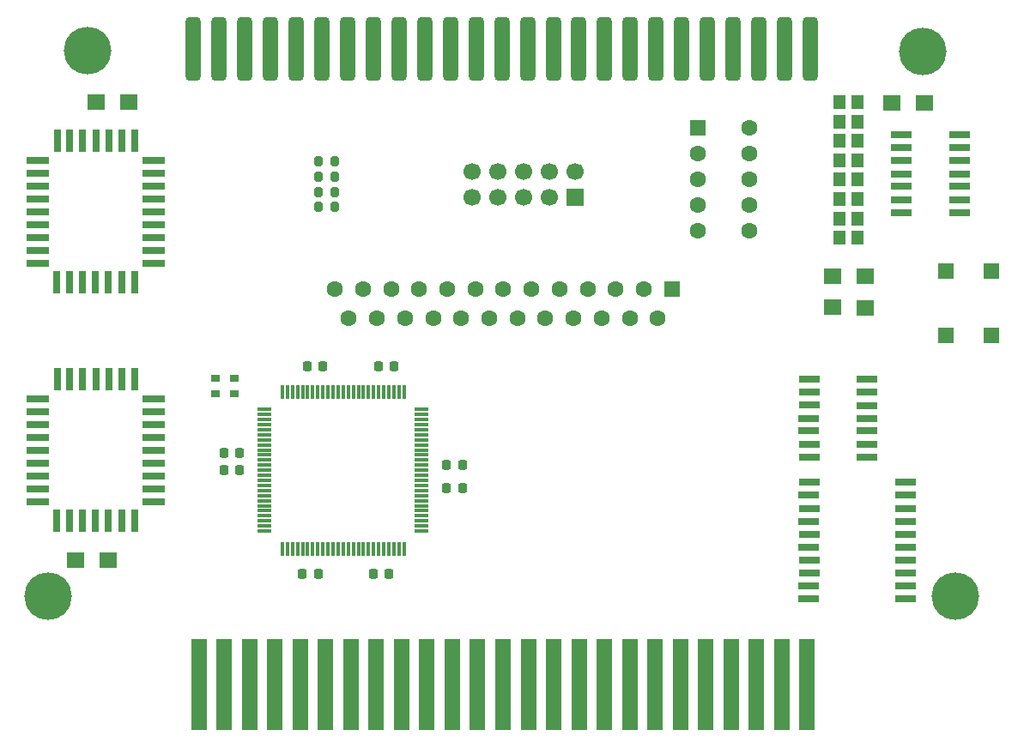
<source format=gbr>
%TF.GenerationSoftware,KiCad,Pcbnew,(6.0.2)*%
%TF.CreationDate,2022-12-30T16:08:33-06:00*%
%TF.ProjectId,REF1329_Altera,52454631-3332-4395-9f41-6c746572612e,rev?*%
%TF.SameCoordinates,Original*%
%TF.FileFunction,Soldermask,Top*%
%TF.FilePolarity,Negative*%
%FSLAX46Y46*%
G04 Gerber Fmt 4.6, Leading zero omitted, Abs format (unit mm)*
G04 Created by KiCad (PCBNEW (6.0.2)) date 2022-12-30 16:08:33*
%MOMM*%
%LPD*%
G01*
G04 APERTURE LIST*
G04 Aperture macros list*
%AMRoundRect*
0 Rectangle with rounded corners*
0 $1 Rounding radius*
0 $2 $3 $4 $5 $6 $7 $8 $9 X,Y pos of 4 corners*
0 Add a 4 corners polygon primitive as box body*
4,1,4,$2,$3,$4,$5,$6,$7,$8,$9,$2,$3,0*
0 Add four circle primitives for the rounded corners*
1,1,$1+$1,$2,$3*
1,1,$1+$1,$4,$5*
1,1,$1+$1,$6,$7*
1,1,$1+$1,$8,$9*
0 Add four rect primitives between the rounded corners*
20,1,$1+$1,$2,$3,$4,$5,0*
20,1,$1+$1,$4,$5,$6,$7,0*
20,1,$1+$1,$6,$7,$8,$9,0*
20,1,$1+$1,$8,$9,$2,$3,0*%
G04 Aperture macros list end*
%ADD10RoundRect,0.225000X-0.225000X-0.250000X0.225000X-0.250000X0.225000X0.250000X-0.225000X0.250000X0*%
%ADD11RoundRect,0.375000X-0.375000X-2.750000X0.375000X-2.750000X0.375000X2.750000X-0.375000X2.750000X0*%
%ADD12R,1.310000X1.390000*%
%ADD13R,1.710000X1.630000*%
%ADD14R,1.590000X1.590000*%
%ADD15C,4.680000*%
%ADD16RoundRect,0.200000X-0.200000X-0.275000X0.200000X-0.275000X0.200000X0.275000X-0.200000X0.275000X0*%
%ADD17R,1.600000X1.600000*%
%ADD18C,1.600000*%
%ADD19R,0.700000X2.270000*%
%ADD20R,2.270000X0.700000*%
%ADD21R,2.000000X0.700000*%
%ADD22R,1.475000X0.300000*%
%ADD23R,0.300000X1.475000*%
%ADD24R,1.700000X1.630000*%
%ADD25R,1.500000X9.000000*%
%ADD26C,1.700000*%
%ADD27R,1.700000X1.700000*%
%ADD28R,0.900000X0.800000*%
G04 APERTURE END LIST*
D10*
%TO.C,C9*%
X137125000Y-99048000D03*
X138675000Y-99048000D03*
%TD*%
D11*
%TO.C,J3*%
X118842000Y-67717000D03*
X121379500Y-67717000D03*
X123917000Y-67717000D03*
X126454500Y-67717000D03*
X128992000Y-67717000D03*
X131529500Y-67717000D03*
X134067000Y-67717000D03*
X136604500Y-67717000D03*
X139142000Y-67717000D03*
X141679500Y-67717000D03*
X144217000Y-67717000D03*
X146754500Y-67717000D03*
X149292000Y-67717000D03*
X151829500Y-67717000D03*
X154367000Y-67717000D03*
X156904500Y-67717000D03*
X159442000Y-67717000D03*
X161979500Y-67717000D03*
X164517000Y-67717000D03*
X167054500Y-67717000D03*
X169592000Y-67717000D03*
X172129500Y-67717000D03*
X174667000Y-67717000D03*
X177204500Y-67717000D03*
X179742000Y-67717000D03*
%TD*%
D12*
%TO.C,R5*%
X182632500Y-74866000D03*
X184418500Y-74867000D03*
%TD*%
D13*
%TO.C,R1*%
X181888000Y-93211400D03*
X185115000Y-93218400D03*
%TD*%
D12*
%TO.C,R4*%
X182632500Y-72961000D03*
X184418500Y-72962000D03*
%TD*%
D14*
%TO.C,SW1*%
X193086500Y-95977500D03*
X193126500Y-89627500D03*
X197572500Y-95980500D03*
X197611500Y-89628500D03*
%TD*%
D10*
%TO.C,C4*%
X121898000Y-109275000D03*
X123448000Y-109275000D03*
%TD*%
D15*
%TO.C,Hole1*%
X108395000Y-67879000D03*
%TD*%
D16*
%TO.C,R14*%
X131175000Y-81795000D03*
X132825000Y-81795000D03*
%TD*%
D10*
%TO.C,C8*%
X143850000Y-108770000D03*
X145400000Y-108770000D03*
%TD*%
D12*
%TO.C,R8*%
X182632500Y-80578000D03*
X184418500Y-80579000D03*
%TD*%
D15*
%TO.C,Hole2*%
X104544000Y-121691000D03*
%TD*%
D16*
%TO.C,R15*%
X131175000Y-83295000D03*
X132825000Y-83295000D03*
%TD*%
D17*
%TO.C,U3*%
X168639500Y-75512500D03*
D18*
X168639500Y-78052500D03*
X168639500Y-80592500D03*
X168639500Y-83132500D03*
X168639500Y-85672500D03*
X173719500Y-85672500D03*
X173719500Y-83132500D03*
X173719500Y-80592500D03*
X173719500Y-78052500D03*
X173719500Y-75512500D03*
%TD*%
D16*
%TO.C,R13*%
X131175000Y-80295000D03*
X132825000Y-80295000D03*
%TD*%
D10*
%TO.C,C7*%
X143850000Y-111030000D03*
X145400000Y-111030000D03*
%TD*%
D19*
%TO.C,U2*%
X109210500Y-114259000D03*
X110479500Y-114258000D03*
X111789500Y-114257000D03*
X113059500Y-114257000D03*
D20*
X114922500Y-112352000D03*
X114925500Y-111122000D03*
X114923500Y-109815000D03*
X114924500Y-108544000D03*
X114926500Y-107312000D03*
X114923500Y-106001000D03*
X114924500Y-104733000D03*
X114924500Y-103462000D03*
X114924500Y-102194000D03*
D19*
X113099500Y-100288000D03*
X111829500Y-100289000D03*
X110519500Y-100287000D03*
X109248500Y-100285000D03*
X107937500Y-100288000D03*
X106671500Y-100285000D03*
X105440500Y-100287000D03*
D20*
X103494500Y-102193000D03*
X103494500Y-103465000D03*
X103493500Y-104733000D03*
X103494500Y-106004000D03*
X103495500Y-107311000D03*
X103494500Y-108543000D03*
X103497500Y-109812000D03*
X103494500Y-111124000D03*
X103493500Y-112355000D03*
D19*
X105398500Y-114259000D03*
X106629500Y-114256000D03*
X107900500Y-114257000D03*
%TD*%
D12*
%TO.C,R7*%
X182632500Y-78675000D03*
X184418500Y-78676000D03*
%TD*%
D21*
%TO.C,U5*%
X185313000Y-107986000D03*
X185312000Y-106719000D03*
X185318000Y-105405000D03*
X185311000Y-104179000D03*
X185311000Y-102868000D03*
X185312000Y-101596000D03*
X185310000Y-100286000D03*
X179597000Y-100284000D03*
X179597000Y-101595000D03*
X179599000Y-102865000D03*
X179595000Y-104177000D03*
X179596000Y-105403000D03*
X179597000Y-106711000D03*
X179597000Y-107983000D03*
%TD*%
D10*
%TO.C,C6*%
X136625000Y-119500000D03*
X138175000Y-119500000D03*
%TD*%
D22*
%TO.C,U7*%
X125911000Y-103274000D03*
X125911000Y-103774000D03*
X125911000Y-104274000D03*
X125911000Y-104774000D03*
X125911000Y-105274000D03*
X125911000Y-105774000D03*
X125911000Y-106274000D03*
X125911000Y-106774000D03*
X125911000Y-107274000D03*
X125911000Y-107774000D03*
X125911000Y-108274000D03*
X125911000Y-108774000D03*
X125911000Y-109274000D03*
X125911000Y-109774000D03*
X125911000Y-110274000D03*
X125911000Y-110774000D03*
X125911000Y-111274000D03*
X125911000Y-111774000D03*
X125911000Y-112274000D03*
X125911000Y-112774000D03*
X125911000Y-113274000D03*
X125911000Y-113774000D03*
X125911000Y-114274000D03*
X125911000Y-114774000D03*
X125911000Y-115274000D03*
D23*
X127649000Y-117012000D03*
X128149000Y-117012000D03*
X128649000Y-117012000D03*
X129149000Y-117012000D03*
X129649000Y-117012000D03*
X130149000Y-117012000D03*
X130649000Y-117012000D03*
X131149000Y-117012000D03*
X131649000Y-117012000D03*
X132149000Y-117012000D03*
X132649000Y-117012000D03*
X133149000Y-117012000D03*
X133649000Y-117012000D03*
X134149000Y-117012000D03*
X134649000Y-117012000D03*
X135149000Y-117012000D03*
X135649000Y-117012000D03*
X136149000Y-117012000D03*
X136649000Y-117012000D03*
X137149000Y-117012000D03*
X137649000Y-117012000D03*
X138149000Y-117012000D03*
X138649000Y-117012000D03*
X139149000Y-117012000D03*
X139649000Y-117012000D03*
D22*
X141387000Y-115274000D03*
X141387000Y-114774000D03*
X141387000Y-114274000D03*
X141387000Y-113774000D03*
X141387000Y-113274000D03*
X141387000Y-112774000D03*
X141387000Y-112274000D03*
X141387000Y-111774000D03*
X141387000Y-111274000D03*
X141387000Y-110774000D03*
X141387000Y-110274000D03*
X141387000Y-109774000D03*
X141387000Y-109274000D03*
X141387000Y-108774000D03*
X141387000Y-108274000D03*
X141387000Y-107774000D03*
X141387000Y-107274000D03*
X141387000Y-106774000D03*
X141387000Y-106274000D03*
X141387000Y-105774000D03*
X141387000Y-105274000D03*
X141387000Y-104774000D03*
X141387000Y-104274000D03*
X141387000Y-103774000D03*
X141387000Y-103274000D03*
D23*
X139649000Y-101536000D03*
X139149000Y-101536000D03*
X138649000Y-101536000D03*
X138149000Y-101536000D03*
X137649000Y-101536000D03*
X137149000Y-101536000D03*
X136649000Y-101536000D03*
X136149000Y-101536000D03*
X135649000Y-101536000D03*
X135149000Y-101536000D03*
X134649000Y-101536000D03*
X134149000Y-101536000D03*
X133649000Y-101536000D03*
X133149000Y-101536000D03*
X132649000Y-101536000D03*
X132149000Y-101536000D03*
X131649000Y-101536000D03*
X131149000Y-101536000D03*
X130649000Y-101536000D03*
X130149000Y-101536000D03*
X129649000Y-101536000D03*
X129149000Y-101536000D03*
X128649000Y-101536000D03*
X128149000Y-101536000D03*
X127649000Y-101536000D03*
%TD*%
D24*
%TO.C,C1*%
X109306400Y-72963100D03*
X112524400Y-72963100D03*
%TD*%
D12*
%TO.C,R10*%
X182632500Y-84428000D03*
X184418500Y-84429000D03*
%TD*%
D15*
%TO.C,Hole3*%
X190826000Y-67918000D03*
%TD*%
D21*
%TO.C,U6*%
X189124000Y-121938000D03*
X189121000Y-120668000D03*
X189121000Y-119398000D03*
X189121000Y-118168000D03*
X189122000Y-116859000D03*
X189122000Y-115586000D03*
X189120000Y-114317000D03*
X189122000Y-113047000D03*
X189121000Y-111736000D03*
X189121000Y-110468000D03*
X179597000Y-110465000D03*
X179595000Y-111738000D03*
X179597000Y-113046000D03*
X179595000Y-114318000D03*
X179598000Y-115587000D03*
X179595000Y-116855000D03*
X179597000Y-118167000D03*
X179599000Y-119397000D03*
X179596000Y-120666000D03*
X179596000Y-121935000D03*
%TD*%
D25*
%TO.C,J4*%
X119411500Y-130432000D03*
X121911500Y-130432000D03*
X124411500Y-130432000D03*
X126911500Y-130432000D03*
X129411500Y-130432000D03*
X131911500Y-130432000D03*
X134411500Y-130432000D03*
X136911500Y-130432000D03*
X139411500Y-130432000D03*
X141911500Y-130432000D03*
X144411500Y-130432000D03*
X146911500Y-130432000D03*
X149411500Y-130432000D03*
X151911500Y-130432000D03*
X154411500Y-130432000D03*
X156911500Y-130432000D03*
X159411500Y-130432000D03*
X161911500Y-130432000D03*
X164411500Y-130432000D03*
X166911500Y-130432000D03*
X169411500Y-130432000D03*
X171911500Y-130432000D03*
X174411500Y-130432000D03*
X176911500Y-130432000D03*
X179411500Y-130432000D03*
%TD*%
D13*
%TO.C,R2*%
X187733000Y-72995900D03*
X190960000Y-73002900D03*
%TD*%
D10*
%TO.C,C5*%
X129625000Y-119500000D03*
X131175000Y-119500000D03*
%TD*%
D15*
%TO.C,Hole4*%
X194001000Y-121736000D03*
%TD*%
D19*
%TO.C,U1*%
X109210500Y-90731000D03*
X110479500Y-90730000D03*
X111789500Y-90729000D03*
X113059500Y-90729000D03*
D20*
X114922500Y-88824000D03*
X114925500Y-87594000D03*
X114923500Y-86287000D03*
X114924500Y-85016000D03*
X114926500Y-83784000D03*
X114923500Y-82473000D03*
X114924500Y-81205000D03*
X114924500Y-79934000D03*
X114924500Y-78666000D03*
D19*
X113099500Y-76760000D03*
X111829500Y-76761000D03*
X110519500Y-76759000D03*
X109248500Y-76757000D03*
X107937500Y-76760000D03*
X106671500Y-76757000D03*
X105440500Y-76759000D03*
D20*
X103494500Y-78665000D03*
X103494500Y-79937000D03*
X103493500Y-81205000D03*
X103494500Y-82476000D03*
X103495500Y-83783000D03*
X103494500Y-85015000D03*
X103497500Y-86284000D03*
X103494500Y-87596000D03*
X103493500Y-88827000D03*
D19*
X105398500Y-90731000D03*
X106629500Y-90728000D03*
X107900500Y-90729000D03*
%TD*%
D12*
%TO.C,R11*%
X182632500Y-86299000D03*
X184418500Y-86300000D03*
%TD*%
D13*
%TO.C,R3*%
X181888000Y-90139900D03*
X185115000Y-90146900D03*
%TD*%
D10*
%TO.C,C3*%
X121898000Y-107530000D03*
X123448000Y-107530000D03*
%TD*%
D26*
%TO.C,J6*%
X156510000Y-79820500D03*
D27*
X156510000Y-82360500D03*
D26*
X153970000Y-79820500D03*
X153970000Y-82360500D03*
X151430000Y-79820500D03*
X151430000Y-82360500D03*
X148890000Y-79820500D03*
X148890000Y-82360500D03*
X146350000Y-79820500D03*
X146350000Y-82360500D03*
%TD*%
D12*
%TO.C,R6*%
X182632500Y-76767000D03*
X184418500Y-76768000D03*
%TD*%
%TO.C,R9*%
X182632500Y-82485000D03*
X184418500Y-82486000D03*
%TD*%
D24*
%TO.C,C2*%
X107284400Y-118120100D03*
X110502400Y-118120100D03*
%TD*%
D16*
%TO.C,R12*%
X131175000Y-78795000D03*
X132825000Y-78795000D03*
%TD*%
D21*
%TO.C,U4*%
X194449500Y-83832000D03*
X194448500Y-82565000D03*
X194454500Y-81251000D03*
X194447500Y-80025000D03*
X194447500Y-78714000D03*
X194448500Y-77442000D03*
X194446500Y-76132000D03*
X188733500Y-76130000D03*
X188733500Y-77441000D03*
X188735500Y-78711000D03*
X188731500Y-80023000D03*
X188732500Y-81249000D03*
X188733500Y-82557000D03*
X188733500Y-83829000D03*
%TD*%
D10*
%TO.C,C10*%
X130125000Y-99048000D03*
X131675000Y-99048000D03*
%TD*%
D28*
%TO.C,X1*%
X121083000Y-101685000D03*
X122933000Y-101685000D03*
X122933000Y-100235000D03*
X121083000Y-100235000D03*
%TD*%
D17*
%TO.C,J1*%
X166066000Y-91391700D03*
D18*
X163296000Y-91391700D03*
X160526000Y-91391700D03*
X157756000Y-91391700D03*
X154986000Y-91391700D03*
X152216000Y-91391700D03*
X149446000Y-91391700D03*
X146676000Y-91391700D03*
X143906000Y-91391700D03*
X141136000Y-91391700D03*
X138366000Y-91391700D03*
X135596000Y-91391700D03*
X132826000Y-91391700D03*
X164681000Y-94231700D03*
X161911000Y-94231700D03*
X159141000Y-94231700D03*
X156371000Y-94231700D03*
X153601000Y-94231700D03*
X150831000Y-94231700D03*
X148061000Y-94231700D03*
X145291000Y-94231700D03*
X142521000Y-94231700D03*
X139751000Y-94231700D03*
X136981000Y-94231700D03*
X134211000Y-94231700D03*
%TD*%
M02*

</source>
